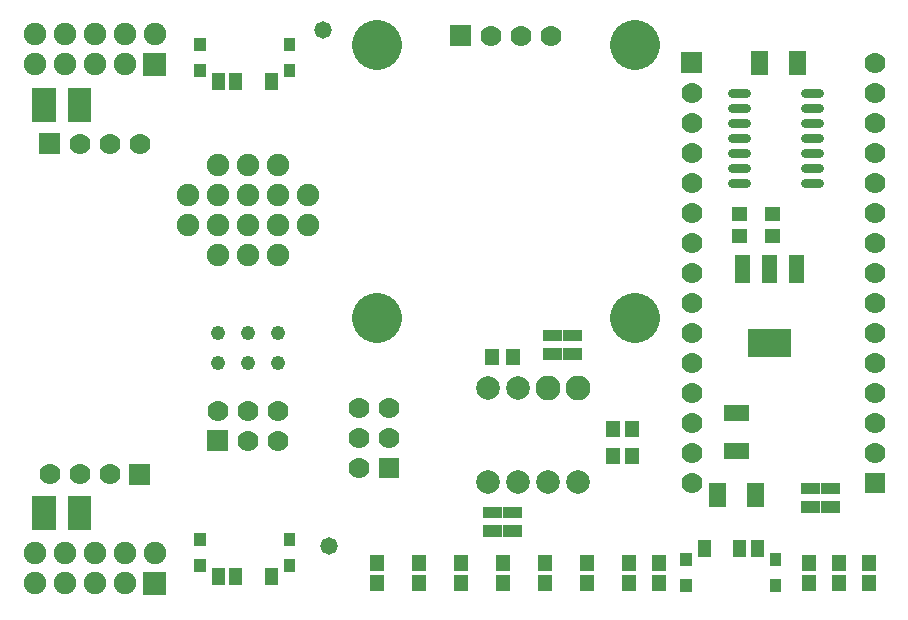
<source format=gts>
G04 Layer: TopSolderMaskLayer*
G04 EasyEDA v6.4.17, 2021-03-02T21:28:07+01:00*
G04 1007e7e2c1864e39a1c220729244a999,9c416354eb984020824aaf9c885bead6,10*
G04 Gerber Generator version 0.2*
G04 Scale: 100 percent, Rotated: No, Reflected: No *
G04 Dimensions in inches *
G04 leading zeros omitted , absolute positions ,3 integer and 6 decimal *
%FSLAX36Y36*%
%MOIN*%

%ADD52C,0.1655*%
%ADD53C,0.0316*%
%ADD54C,0.0580*%
%ADD55C,0.0749*%
%ADD57R,0.0700X0.0700*%
%ADD58C,0.0700*%
%ADD65C,0.0749*%
%ADD67C,0.0480*%
%ADD68C,0.0789*%
%ADD69C,0.0830*%

%LPD*%
D52*
X940000Y880000D02*
G01*
X940000Y880000D01*
X1800000Y880000D02*
G01*
X1800000Y880000D01*
X940000Y-30000D02*
G01*
X940000Y-30000D01*
X1800000Y-30000D02*
G01*
X1800000Y-30000D01*
D53*
X2368428Y420000D02*
G01*
X2415672Y420000D01*
X2368428Y470000D02*
G01*
X2415672Y470000D01*
X2368428Y520000D02*
G01*
X2415672Y520000D01*
X2368428Y570000D02*
G01*
X2415672Y570000D01*
X2368428Y620000D02*
G01*
X2415672Y620000D01*
X2368428Y670000D02*
G01*
X2415672Y670000D01*
X2368428Y720000D02*
G01*
X2415672Y720000D01*
X2124327Y420000D02*
G01*
X2171571Y420000D01*
X2124327Y470000D02*
G01*
X2171571Y470000D01*
X2124327Y520000D02*
G01*
X2171571Y520000D01*
X2124327Y570000D02*
G01*
X2171571Y570000D01*
X2124327Y620000D02*
G01*
X2171571Y620000D01*
X2124327Y670000D02*
G01*
X2171571Y670000D01*
X2124327Y720000D02*
G01*
X2171571Y720000D01*
D54*
G01*
X780000Y-790000D03*
G01*
X760000Y930000D03*
D55*
G01*
X410000Y280000D03*
G01*
X410000Y380000D03*
G01*
X510000Y380000D03*
G01*
X510000Y280000D03*
G01*
X610000Y280000D03*
G01*
X610000Y380000D03*
G01*
X310000Y380000D03*
G01*
X310000Y280000D03*
G01*
X410000Y180000D03*
G01*
X510000Y180000D03*
G01*
X610000Y180000D03*
G01*
X710000Y280000D03*
G01*
X710000Y380000D03*
G01*
X610000Y480000D03*
G01*
X510000Y480000D03*
G01*
X410000Y480000D03*
G36*
X2189399Y778600D02*
G01*
X2189399Y861399D01*
X2244600Y861399D01*
X2244600Y778600D01*
G37*
G36*
X2315399Y778600D02*
G01*
X2315399Y861399D01*
X2370600Y861399D01*
X2370600Y778600D01*
G37*
G36*
X115000Y-586199D02*
G01*
X115000Y-516199D01*
X185000Y-516199D01*
X185000Y-586199D01*
G37*
D58*
G01*
X50000Y-551179D03*
G01*
X-50000Y-551179D03*
G01*
X-150000Y-551179D03*
G36*
X-185000Y516199D02*
G01*
X-185000Y586199D01*
X-115000Y586199D01*
X-115000Y516199D01*
G37*
G01*
X-50000Y551179D03*
G01*
X50000Y551179D03*
G01*
X150000Y551179D03*
G36*
X2098599Y-500599D02*
G01*
X2098599Y-445399D01*
X2181400Y-445399D01*
X2181400Y-500599D01*
G37*
G36*
X2098599Y-374600D02*
G01*
X2098599Y-319400D01*
X2181400Y-319400D01*
X2181400Y-374600D01*
G37*
G36*
X389699Y728899D02*
G01*
X389699Y786100D01*
X433099Y786100D01*
X433099Y728899D01*
G37*
G36*
X448800Y728899D02*
G01*
X448800Y786100D01*
X492199Y786100D01*
X492199Y728899D01*
G37*
G36*
X566900Y728899D02*
G01*
X566900Y786100D01*
X610300Y786100D01*
X610300Y728899D01*
G37*
G36*
X330599Y774200D02*
G01*
X330599Y817600D01*
X370100Y817600D01*
X370100Y774200D01*
G37*
G36*
X330599Y860799D02*
G01*
X330599Y904200D01*
X370100Y904200D01*
X370100Y860799D01*
G37*
G36*
X629899Y774200D02*
G01*
X629899Y817600D01*
X669400Y817600D01*
X669400Y774200D01*
G37*
G36*
X629899Y860799D02*
G01*
X629899Y904200D01*
X669400Y904200D01*
X669400Y860799D01*
G37*
G36*
X389699Y-921100D02*
G01*
X389699Y-863899D01*
X433099Y-863899D01*
X433099Y-921100D01*
G37*
G36*
X448800Y-921100D02*
G01*
X448800Y-863899D01*
X492199Y-863899D01*
X492199Y-921100D01*
G37*
G36*
X566900Y-921100D02*
G01*
X566900Y-863899D01*
X610300Y-863899D01*
X610300Y-921100D01*
G37*
G36*
X330599Y-875799D02*
G01*
X330599Y-832399D01*
X370100Y-832399D01*
X370100Y-875799D01*
G37*
G36*
X330599Y-789200D02*
G01*
X330599Y-745799D01*
X370100Y-745799D01*
X370100Y-789200D01*
G37*
G36*
X629899Y-875799D02*
G01*
X629899Y-832399D01*
X669400Y-832399D01*
X669400Y-875799D01*
G37*
G36*
X629899Y-789200D02*
G01*
X629899Y-745799D01*
X669400Y-745799D01*
X669400Y-789200D01*
G37*
G36*
X-90300Y-735199D02*
G01*
X-90300Y-624800D01*
X-11500Y-624800D01*
X-11500Y-735199D01*
G37*
G36*
X-208499Y-735199D02*
G01*
X-208499Y-624800D01*
X-129699Y-624800D01*
X-129699Y-735199D01*
G37*
G36*
X-90300Y624800D02*
G01*
X-90300Y735199D01*
X-11500Y735199D01*
X-11500Y624800D01*
G37*
G36*
X-208499Y624800D02*
G01*
X-208499Y735199D01*
X-129699Y735199D01*
X-129699Y624800D01*
G37*
G36*
X2456499Y-871999D02*
G01*
X2456499Y-820999D01*
X2503500Y-820999D01*
X2503500Y-871999D01*
G37*
G36*
X2456499Y-939000D02*
G01*
X2456499Y-888000D01*
X2503500Y-888000D01*
X2503500Y-939000D01*
G37*
G36*
X1616499Y-871999D02*
G01*
X1616499Y-820999D01*
X1663500Y-820999D01*
X1663500Y-871999D01*
G37*
G36*
X1616499Y-939000D02*
G01*
X1616499Y-888000D01*
X1663500Y-888000D01*
X1663500Y-939000D01*
G37*
G36*
X2356499Y-871999D02*
G01*
X2356499Y-820999D01*
X2403500Y-820999D01*
X2403500Y-871999D01*
G37*
G36*
X2356499Y-939000D02*
G01*
X2356499Y-888000D01*
X2403500Y-888000D01*
X2403500Y-939000D01*
G37*
G36*
X2556499Y-871999D02*
G01*
X2556499Y-820999D01*
X2603500Y-820999D01*
X2603500Y-871999D01*
G37*
G36*
X2556499Y-939000D02*
G01*
X2556499Y-888000D01*
X2603500Y-888000D01*
X2603500Y-939000D01*
G37*
G36*
X162500Y-952500D02*
G01*
X162500Y-877500D01*
X237500Y-877500D01*
X237500Y-952500D01*
G37*
D65*
G01*
X200000Y-815000D03*
G01*
X100000Y-915000D03*
G01*
X100000Y-815000D03*
G01*
X0Y-915000D03*
G01*
X0Y-815000D03*
G01*
X-100000Y-915000D03*
G01*
X-100000Y-815000D03*
G01*
X-200000Y-915000D03*
G01*
X-200000Y-815000D03*
G36*
X162500Y777500D02*
G01*
X162500Y852500D01*
X237500Y852500D01*
X237500Y777500D01*
G37*
G01*
X200000Y915000D03*
G01*
X100000Y815000D03*
G01*
X100000Y915000D03*
G01*
X0Y815000D03*
G01*
X0Y915000D03*
G01*
X-100000Y815000D03*
G01*
X-100000Y915000D03*
G01*
X-200000Y815000D03*
G01*
X-200000Y915000D03*
G36*
X2175399Y-661399D02*
G01*
X2175399Y-578600D01*
X2230600Y-578600D01*
X2230600Y-661399D01*
G37*
G36*
X2049399Y-661399D02*
G01*
X2049399Y-578600D01*
X2104600Y-578600D01*
X2104600Y-661399D01*
G37*
G36*
X1756499Y-871999D02*
G01*
X1756499Y-820999D01*
X1803500Y-820999D01*
X1803500Y-871999D01*
G37*
G36*
X1756499Y-939000D02*
G01*
X1756499Y-888000D01*
X1803500Y-888000D01*
X1803500Y-939000D01*
G37*
G36*
X1856499Y-871999D02*
G01*
X1856499Y-820999D01*
X1903500Y-820999D01*
X1903500Y-871999D01*
G37*
G36*
X1856499Y-939000D02*
G01*
X1856499Y-888000D01*
X1903500Y-888000D01*
X1903500Y-939000D01*
G37*
G36*
X1704799Y-425700D02*
G01*
X1704799Y-374299D01*
X1752200Y-374299D01*
X1752200Y-425700D01*
G37*
G36*
X1767799Y-425700D02*
G01*
X1767799Y-374299D01*
X1815200Y-374299D01*
X1815200Y-425700D01*
G37*
G36*
X1704799Y-515700D02*
G01*
X1704799Y-464299D01*
X1752200Y-464299D01*
X1752200Y-515700D01*
G37*
G36*
X1767799Y-515700D02*
G01*
X1767799Y-464299D01*
X1815200Y-464299D01*
X1815200Y-515700D01*
G37*
D67*
G01*
X410000Y-80000D03*
G01*
X510000Y-80000D03*
G01*
X610000Y-80000D03*
G01*
X410000Y-180000D03*
G01*
X510000Y-180000D03*
G01*
X610000Y-180000D03*
G36*
X2186899Y-826100D02*
G01*
X2186899Y-768899D01*
X2230299Y-768899D01*
X2230299Y-826100D01*
G37*
G36*
X2127799Y-826100D02*
G01*
X2127799Y-768899D01*
X2171199Y-768899D01*
X2171199Y-826100D01*
G37*
G36*
X2009700Y-826100D02*
G01*
X2009700Y-768899D01*
X2053100Y-768899D01*
X2053100Y-826100D01*
G37*
G36*
X2249899Y-857600D02*
G01*
X2249899Y-814200D01*
X2289399Y-814200D01*
X2289399Y-857600D01*
G37*
G36*
X2249899Y-944200D02*
G01*
X2249899Y-900799D01*
X2289399Y-900799D01*
X2289399Y-944200D01*
G37*
G36*
X1950600Y-857600D02*
G01*
X1950600Y-814200D01*
X1990100Y-814200D01*
X1990100Y-857600D01*
G37*
G36*
X1950600Y-944200D02*
G01*
X1950600Y-900799D01*
X1990100Y-900799D01*
X1990100Y-944200D01*
G37*
D58*
G01*
X610000Y-340000D03*
G01*
X610000Y-440000D03*
G01*
X510000Y-340000D03*
G01*
X510000Y-440000D03*
G01*
X410000Y-340000D03*
G36*
X375000Y-475000D02*
G01*
X375000Y-405000D01*
X445000Y-405000D01*
X445000Y-475000D01*
G37*
G36*
X1185000Y875000D02*
G01*
X1185000Y945000D01*
X1255000Y945000D01*
X1255000Y875000D01*
G37*
G01*
X1320000Y910000D03*
G01*
X1420000Y910000D03*
G01*
X1520000Y910000D03*
D68*
G01*
X1310000Y-577480D03*
G01*
X1410000Y-577480D03*
G01*
X1510000Y-577480D03*
G01*
X1610000Y-577480D03*
D69*
G01*
X1610000Y-262519D03*
D68*
G01*
X1410000Y-262519D03*
G01*
X1310000Y-262519D03*
D69*
G01*
X1510000Y-262519D03*
D58*
G01*
X1990000Y-580000D03*
G01*
X1990000Y-480000D03*
G01*
X1990000Y-380000D03*
G01*
X1990000Y-280000D03*
G01*
X1990000Y-180000D03*
G01*
X1990000Y-80000D03*
G01*
X1990000Y20000D03*
G01*
X1990000Y120000D03*
G01*
X1990000Y220000D03*
G01*
X1990000Y320000D03*
G01*
X1990000Y420000D03*
G01*
X1990000Y520000D03*
G01*
X1990000Y620000D03*
G01*
X1990000Y720000D03*
G36*
X1955000Y785000D02*
G01*
X1955000Y855000D01*
X2025000Y855000D01*
X2025000Y785000D01*
G37*
G01*
X2600000Y820000D03*
G01*
X2600000Y720000D03*
G01*
X2600000Y620000D03*
G01*
X2600000Y520000D03*
G01*
X2600000Y420000D03*
G01*
X2600000Y320000D03*
G01*
X2600000Y220000D03*
G01*
X2600000Y120000D03*
G01*
X2600000Y20000D03*
G01*
X2600000Y-80000D03*
G01*
X2600000Y-180000D03*
G01*
X2600000Y-280000D03*
G01*
X2600000Y-380000D03*
G01*
X2600000Y-480000D03*
D57*
G01*
X2600000Y-580000D03*
G36*
X2450399Y-618299D02*
G01*
X2450399Y-578800D01*
X2483999Y-578800D01*
X2483999Y-618299D01*
G37*
G36*
X2450399Y-681199D02*
G01*
X2450399Y-641700D01*
X2483999Y-641700D01*
X2483999Y-681199D01*
G37*
G36*
X2421899Y-618299D02*
G01*
X2421899Y-578800D01*
X2449600Y-578800D01*
X2449600Y-618299D01*
G37*
G36*
X2421899Y-681199D02*
G01*
X2421899Y-641700D01*
X2449600Y-641700D01*
X2449600Y-681199D01*
G37*
G36*
X2390399Y-618299D02*
G01*
X2390399Y-578800D01*
X2418100Y-578800D01*
X2418100Y-618299D01*
G37*
G36*
X2390399Y-681199D02*
G01*
X2390399Y-641700D01*
X2418100Y-641700D01*
X2418100Y-681199D01*
G37*
G36*
X2356000Y-618299D02*
G01*
X2356000Y-578800D01*
X2389600Y-578800D01*
X2389600Y-618299D01*
G37*
G36*
X2356000Y-681199D02*
G01*
X2356000Y-641700D01*
X2389600Y-641700D01*
X2389600Y-681199D01*
G37*
G36*
X1296000Y-761199D02*
G01*
X1296000Y-721700D01*
X1329600Y-721700D01*
X1329600Y-761199D01*
G37*
G36*
X1296000Y-698299D02*
G01*
X1296000Y-658800D01*
X1329600Y-658800D01*
X1329600Y-698299D01*
G37*
G36*
X1330399Y-761199D02*
G01*
X1330399Y-721700D01*
X1358100Y-721700D01*
X1358100Y-761199D01*
G37*
G36*
X1330399Y-698299D02*
G01*
X1330399Y-658800D01*
X1358100Y-658800D01*
X1358100Y-698299D01*
G37*
G36*
X1361899Y-761199D02*
G01*
X1361899Y-721700D01*
X1389600Y-721700D01*
X1389600Y-761199D01*
G37*
G36*
X1361899Y-698299D02*
G01*
X1361899Y-658800D01*
X1389600Y-658800D01*
X1389600Y-698299D01*
G37*
G36*
X1390399Y-761199D02*
G01*
X1390399Y-721700D01*
X1423999Y-721700D01*
X1423999Y-761199D01*
G37*
G36*
X1390399Y-698299D02*
G01*
X1390399Y-658800D01*
X1423999Y-658800D01*
X1423999Y-698299D01*
G37*
G36*
X1496000Y-171199D02*
G01*
X1496000Y-131700D01*
X1529600Y-131700D01*
X1529600Y-171199D01*
G37*
G36*
X1496000Y-108299D02*
G01*
X1496000Y-68800D01*
X1529600Y-68800D01*
X1529600Y-108299D01*
G37*
G36*
X1530399Y-171199D02*
G01*
X1530399Y-131700D01*
X1558100Y-131700D01*
X1558100Y-171199D01*
G37*
G36*
X1530399Y-108299D02*
G01*
X1530399Y-68800D01*
X1558100Y-68800D01*
X1558100Y-108299D01*
G37*
G36*
X1561899Y-171199D02*
G01*
X1561899Y-131700D01*
X1589600Y-131700D01*
X1589600Y-171199D01*
G37*
G36*
X1561899Y-108299D02*
G01*
X1561899Y-68800D01*
X1589600Y-68800D01*
X1589600Y-108299D01*
G37*
G36*
X1590399Y-171199D02*
G01*
X1590399Y-131700D01*
X1623999Y-131700D01*
X1623999Y-171199D01*
G37*
G36*
X1590399Y-108299D02*
G01*
X1590399Y-68800D01*
X1623999Y-68800D01*
X1623999Y-108299D01*
G37*
G36*
X1336499Y-871999D02*
G01*
X1336499Y-820999D01*
X1383500Y-820999D01*
X1383500Y-871999D01*
G37*
G36*
X1336499Y-939000D02*
G01*
X1336499Y-888000D01*
X1383500Y-888000D01*
X1383500Y-939000D01*
G37*
G36*
X1476499Y-871999D02*
G01*
X1476499Y-820999D01*
X1523500Y-820999D01*
X1523500Y-871999D01*
G37*
G36*
X1476499Y-939000D02*
G01*
X1476499Y-888000D01*
X1523500Y-888000D01*
X1523500Y-939000D01*
G37*
G36*
X1196499Y-871999D02*
G01*
X1196499Y-820999D01*
X1243500Y-820999D01*
X1243500Y-871999D01*
G37*
G36*
X1196499Y-939000D02*
G01*
X1196499Y-888000D01*
X1243500Y-888000D01*
X1243500Y-939000D01*
G37*
G36*
X1056499Y-871999D02*
G01*
X1056499Y-820999D01*
X1103500Y-820999D01*
X1103500Y-871999D01*
G37*
G36*
X1056499Y-939000D02*
G01*
X1056499Y-888000D01*
X1103500Y-888000D01*
X1103500Y-939000D01*
G37*
G36*
X916500Y-871999D02*
G01*
X916500Y-820999D01*
X963500Y-820999D01*
X963500Y-871999D01*
G37*
G36*
X916500Y-939000D02*
G01*
X916500Y-888000D01*
X963500Y-888000D01*
X963500Y-939000D01*
G37*
D58*
G01*
X880000Y-330000D03*
G01*
X980000Y-330000D03*
G01*
X880000Y-430000D03*
G01*
X980000Y-430000D03*
G01*
X880000Y-530000D03*
D57*
G01*
X980000Y-530000D03*
G36*
X1371700Y-185700D02*
G01*
X1371700Y-134299D01*
X1419099Y-134299D01*
X1419099Y-185700D01*
G37*
G36*
X1300900Y-185700D02*
G01*
X1300900Y-134299D01*
X1348199Y-134299D01*
X1348199Y-185700D01*
G37*
G36*
X2124300Y291700D02*
G01*
X2124300Y339099D01*
X2175699Y339099D01*
X2175699Y291700D01*
G37*
G36*
X2124300Y220900D02*
G01*
X2124300Y268200D01*
X2175699Y268200D01*
X2175699Y220900D01*
G37*
G36*
X2234300Y291700D02*
G01*
X2234300Y339099D01*
X2285699Y339099D01*
X2285699Y291700D01*
G37*
G36*
X2234300Y220900D02*
G01*
X2234300Y268200D01*
X2285699Y268200D01*
X2285699Y220900D01*
G37*
G36*
X2315000Y85500D02*
G01*
X2315000Y178499D01*
X2366000Y178499D01*
X2366000Y85500D01*
G37*
G36*
X2223999Y85500D02*
G01*
X2223999Y178499D01*
X2275000Y178499D01*
X2275000Y85500D01*
G37*
G36*
X2133999Y85500D02*
G01*
X2133999Y178499D01*
X2185000Y178499D01*
X2185000Y85500D01*
G37*
G36*
X2176499Y-158499D02*
G01*
X2176499Y-65500D01*
X2322500Y-65500D01*
X2322500Y-158499D01*
G37*
M02*

</source>
